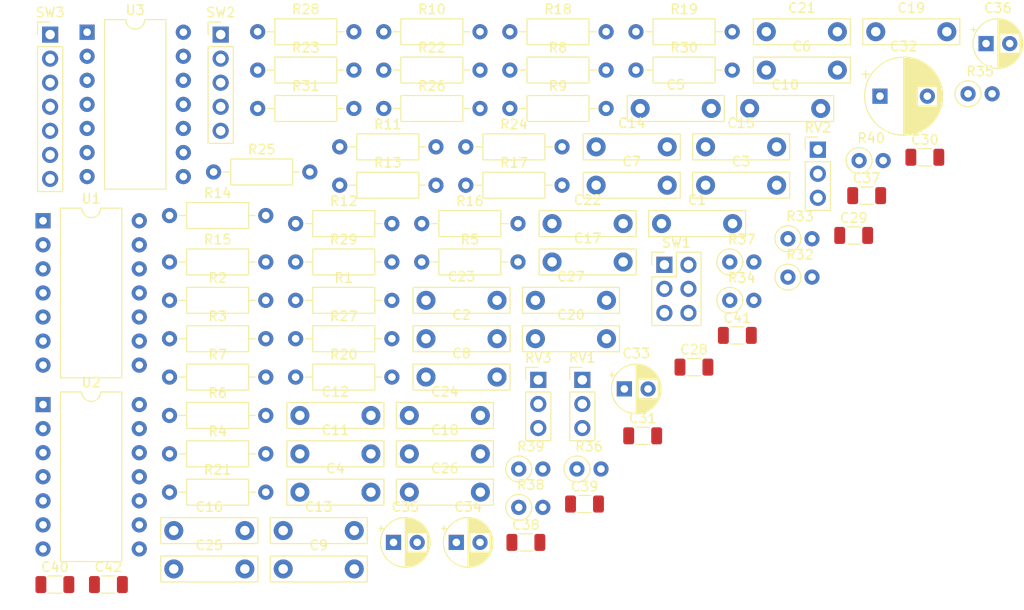
<source format=kicad_pcb>
(kicad_pcb (version 20211014) (generator pcbnew)
  (layers (0 "F.Cu" signal) (31 "B.Cu" signal) (34 "B.Paste" user) (35 "F.Paste" user) (36 "B.SilkS" user "B.Silkscreen") (37 "F.SilkS" user "F.Silkscreen") (38 "B.Mask" user) (39 "F.Mask" user) (44 "Edge.Cuts" user))
  (net 0 "")
  (net 1 "Net-(C1-Pad1)")
  (net 2 "Net-(C1-Pad2)")
  (net 3 "Net-(C2-Pad1)")
  (net 4 "Net-(C2-Pad2)")
  (net 5 "Net-(C3-Pad2)")
  (net 6 "Net-(C4-Pad1)")
  (net 7 "Net-(C4-Pad2)")
  (net 8 "Net-(C5-Pad1)")
  (net 9 "Net-(C5-Pad2)")
  (net 10 "Net-(C8-Pad1)")
  (net 11 "GND")
  (net 12 "Net-(C9-Pad1)")
  (net 13 "Net-(C9-Pad2)")
  (net 14 "Net-(C10-Pad1)")
  (net 15 "Net-(C10-Pad2)")
  (net 16 "Net-(C12-Pad1)")
  (net 17 "Net-(C13-Pad1)")
  (net 18 "Net-(C13-Pad2)")
  (net 19 "Net-(C14-Pad1)")
  (net 20 "Net-(C14-Pad2)")
  (net 21 "Net-(C15-Pad1)")
  (net 22 "Net-(C15-Pad2)")
  (net 23 "Net-(C16-Pad1)")
  (net 24 "Net-(C16-Pad2)")
  (net 25 "Net-(C17-Pad1)")
  (net 26 "Net-(C17-Pad2)")
  (net 27 "Net-(C20-Pad1)")
  (net 28 "Net-(C20-Pad2)")
  (net 29 "Net-(C21-Pad1)")
  (net 30 "Net-(C21-Pad2)")
  (net 31 "Net-(C24-Pad1)")
  (net 32 "Net-(C24-Pad2)")
  (net 33 "Net-(C25-Pad1)")
  (net 34 "Net-(C25-Pad2)")
  (net 35 "Net-(C28-Pad1)")
  (net 36 "Net-(C29-Pad1)")
  (net 37 "Net-(C29-Pad2)")
  (net 38 "Net-(C30-Pad2)")
  (net 39 "Net-(C31-Pad1)")
  (net 40 "Net-(C31-Pad2)")
  (net 41 "Net-(C32-Pad1)")
  (net 42 "/IN")
  (net 43 "Net-(C33-Pad2)")
  (net 44 "Net-(C34-Pad2)")
  (net 45 "+12V")
  (net 46 "-12V")
  (net 47 "Net-(R1-Pad1)")
  (net 48 "Net-(R2-Pad2)")
  (net 49 "Net-(R4-Pad2)")
  (net 50 "Net-(R5-Pad2)")
  (net 51 "Net-(R32-Pad2)")
  (net 52 "Net-(R13-Pad2)")
  (net 53 "Net-(R20-Pad1)")
  (net 54 "Net-(R20-Pad2)")
  (net 55 "Net-(R21-Pad1)")
  (net 56 "Net-(R22-Pad1)")
  (net 57 "/OUT")
  (net 58 "Net-(RV1-Pad1)")
  (net 59 "Net-(RV2-Pad2)")
  (footprint "Capacitor_THT:C_Rect_L10.0mm_W2.5mm_P7.50mm_MKS4" (layer "F.Cu") (at 150.4 92.4)
    (fp_text reference "C8" (at 3.75 -2.5) (layer "F.SilkS"))
    (fp_text value "2n2")
    (pad "1" thru_hole circle (at 0 0) (size 2 2) (drill 1) (layers *.Cu *.Mask) (net 10 "Net-(C8-Pad1)"))
    (pad "2" thru_hole circle (at 7.5 0) (size 2 2) (drill 1) (layers *.Cu *.Mask) (net 11 "GND"))
  )
  (footprint "Connector_PinHeader_2.54mm:PinHeader_1x03_P2.54mm_Vertical" (layer "F.Cu") (at 162.25 92.7)
    (fp_text reference "RV3" (at 0 -2.33) (layer "F.SilkS"))
    (fp_text value "10k")
    (pad "1" thru_hole rect (at 0 0) (size 1.7 1.7) (drill 1) (layers *.Cu *.Mask) (net 2 "Net-(C1-Pad2)"))
    (pad "2" thru_hole oval (at 0 2.54) (size 1.7 1.7) (drill 1) (layers *.Cu *.Mask) (net 1 "Net-(C1-Pad1)"))
    (pad "3" thru_hole oval (at 0 5.08) (size 1.7 1.7) (drill 1) (layers *.Cu *.Mask) (net 5 "Net-(C3-Pad2)"))
  )
  (footprint "Resistor_THT:R_Axial_DIN0207_L6.3mm_D2.5mm_P10.16mm_Horizontal" (layer "F.Cu") (at 141.29 72.15)
    (fp_text reference "R13" (at 5.08 -2.37) (layer "F.SilkS"))
    (fp_text value "3k3")
    (pad "1" thru_hole circle (at 0 0) (size 1.6 1.6) (drill 0.8) (layers *.Cu *.Mask) (net 17 "Net-(C13-Pad1)"))
    (pad "2" thru_hole oval (at 10.16 0) (size 1.6 1.6) (drill 0.8) (layers *.Cu *.Mask) (net 52 "Net-(R13-Pad2)"))
  )
  (footprint "Resistor_THT:R_Axial_DIN0207_L6.3mm_D2.5mm_P2.54mm_Vertical" (layer "F.Cu") (at 182.46 84.3)
    (fp_text reference "R34" (at 1.27 -2.37) (layer "F.SilkS"))
    (fp_text value "4M7")
    (pad "1" thru_hole circle (at 0 0) (size 1.6 1.6) (drill 0.8) (layers *.Cu *.Mask) (net 53 "Net-(R20-Pad1)"))
    (pad "2" thru_hole oval (at 2.54 0) (size 1.6 1.6) (drill 0.8) (layers *.Cu *.Mask) (net 55 "Net-(R21-Pad1)"))
  )
  (footprint "Capacitor_THT:C_Rect_L10.0mm_W2.5mm_P7.50mm_MKS4" (layer "F.Cu") (at 123.78 112.65)
    (fp_text reference "C25" (at 3.75 -2.5) (layer "F.SilkS"))
    (fp_text value "22n")
    (pad "1" thru_hole circle (at 0 0) (size 2 2) (drill 1) (layers *.Cu *.Mask) (net 33 "Net-(C25-Pad1)"))
    (pad "2" thru_hole circle (at 7.5 0) (size 2 2) (drill 1) (layers *.Cu *.Mask) (net 34 "Net-(C25-Pad2)"))
  )
  (footprint "Resistor_THT:R_Axial_DIN0207_L6.3mm_D2.5mm_P10.16mm_Horizontal" (layer "F.Cu") (at 123.33 104.55)
    (fp_text reference "R21" (at 5.08 -2.37) (layer "F.SilkS"))
    (fp_text value "3k")
    (pad "1" thru_hole circle (at 0 0) (size 1.6 1.6) (drill 0.8) (layers *.Cu *.Mask) (net 55 "Net-(R21-Pad1)"))
    (pad "2" thru_hole oval (at 10.16 0) (size 1.6 1.6) (drill 0.8) (layers *.Cu *.Mask) (net 54 "Net-(R20-Pad2)"))
  )
  (footprint "Resistor_THT:R_Axial_DIN0207_L6.3mm_D2.5mm_P10.16mm_Horizontal" (layer "F.Cu") (at 145.94 55.95)
    (fp_text reference "R10" (at 5.08 -2.37) (layer "F.SilkS"))
    (fp_text value "3k")
    (pad "1" thru_hole circle (at 0 0) (size 1.6 1.6) (drill 0.8) (layers *.Cu *.Mask) (net 10 "Net-(C8-Pad1)"))
    (pad "2" thru_hole oval (at 10.16 0) (size 1.6 1.6) (drill 0.8) (layers *.Cu *.Mask) (net 38 "Net-(C30-Pad2)"))
  )
  (footprint "Capacitor_THT:C_Rect_L10.0mm_W2.5mm_P7.50mm_MKS4" (layer "F.Cu") (at 148.64 96.45)
    (fp_text reference "C24" (at 3.75 -2.5) (layer "F.SilkS"))
    (fp_text value "6n8")
    (pad "1" thru_hole circle (at 0 0) (size 2 2) (drill 1) (layers *.Cu *.Mask) (net 31 "Net-(C24-Pad1)"))
    (pad "2" thru_hole circle (at 7.5 0) (size 2 2) (drill 1) (layers *.Cu *.Mask) (net 32 "Net-(C24-Pad2)"))
  )
  (footprint "Resistor_THT:R_Axial_DIN0207_L6.3mm_D2.5mm_P10.16mm_Horizontal" (layer "F.Cu") (at 123.33 88.35)
    (fp_text reference "R3" (at 5.08 -2.37) (layer "F.SilkS"))
    (fp_text value "3k3")
    (pad "1" thru_hole circle (at 0 0) (size 1.6 1.6) (drill 0.8) (layers *.Cu *.Mask) (net 4 "Net-(C2-Pad2)"))
    (pad "2" thru_hole oval (at 10.16 0) (size 1.6 1.6) (drill 0.8) (layers *.Cu *.Mask) (net 1 "Net-(C1-Pad1)"))
  )
  (footprint "Capacitor_THT:C_Rect_L10.0mm_W2.5mm_P7.50mm_MKS4" (layer "F.Cu") (at 161.95 84.3)
    (fp_text reference "C27" (at 3.75 -2.5) (layer "F.SilkS"))
    (fp_text value "2n2")
    (pad "1" thru_hole circle (at 0 0) (size 2 2) (drill 1) (layers *.Cu *.Mask) (net 31 "Net-(C24-Pad1)"))
    (pad "2" thru_hole circle (at 7.5 0) (size 2 2) (drill 1) (layers *.Cu *.Mask) (net 32 "Net-(C24-Pad2)"))
  )
  (footprint "Capacitor_THT:C_Rect_L10.0mm_W2.5mm_P7.50mm_MKS4" (layer "F.Cu") (at 184.56 64.05)
    (fp_text reference "C10" (at 3.75 -2.5) (layer "F.SilkS"))
    (fp_text value "470n")
    (pad "1" thru_hole circle (at 0 0) (size 2 2) (drill 1) (layers *.Cu *.Mask) (net 14 "Net-(C10-Pad1)"))
    (pad "2" thru_hole circle (at 7.5 0) (size 2 2) (drill 1) (layers *.Cu *.Mask) (net 15 "Net-(C10-Pad2)"))
  )
  (footprint "Capacitor_THT:C_Rect_L10.0mm_W2.5mm_P7.50mm_MKS4" (layer "F.Cu") (at 175.26 76.2)
    (fp_text reference "C1" (at 3.75 -2.5) (layer "F.SilkS"))
    (fp_text value "470n")
    (pad "1" thru_hole circle (at 0 0) (size 2 2) (drill 1) (layers *.Cu *.Mask) (net 1 "Net-(C1-Pad1)"))
    (pad "2" thru_hole circle (at 7.5 0) (size 2 2) (drill 1) (layers *.Cu *.Mask) (net 2 "Net-(C1-Pad2)"))
  )
  (footprint "Capacitor_THT:C_Rect_L10.0mm_W2.5mm_P7.50mm_MKS4" (layer "F.Cu") (at 163.71 76.2)
    (fp_text reference "C22" (at 3.75 -2.5) (layer "F.SilkS"))
    (fp_text value "47n")
    (pad "1" thru_hole circle (at 0 0) (size 2 2) (drill 1) (layers *.Cu *.Mask) (net 29 "Net-(C21-Pad1)"))
    (pad "2" thru_hole circle (at 7.5 0) (size 2 2) (drill 1) (layers *.Cu *.Mask) (net 30 "Net-(C21-Pad2)"))
  )
  (footprint "Resistor_THT:R_Axial_DIN0207_L6.3mm_D2.5mm_P10.16mm_Horizontal" (layer "F.Cu") (at 145.94 64.05)
    (fp_text reference "R26" (at 5.08 -2.37) (layer "F.SilkS"))
    (fp_text value "1k")
    (pad "1" thru_hole circle (at 0 0) (size 1.6 1.6) (drill 0.8) (layers *.Cu *.Mask) (net 32 "Net-(C24-Pad2)"))
    (pad "2" thru_hole oval (at 10.16 0) (size 1.6 1.6) (drill 0.8) (layers *.Cu *.Mask) (net 33 "Net-(C25-Pad1)"))
  )
  (footprint "Resistor_THT:R_Axial_DIN0207_L6.3mm_D2.5mm_P10.16mm_Horizontal" (layer "F.Cu") (at 141.29 68.1)
    (fp_text reference "R11" (at 5.08 -2.37) (layer "F.SilkS"))
    (fp_text value "1k")
    (pad "1" thru_hole circle (at 0 0) (size 1.6 1.6) (drill 0.8) (layers *.Cu *.Mask) (net 13 "Net-(C9-Pad2)"))
    (pad "2" thru_hole oval (at 10.16 0) (size 1.6 1.6) (drill 0.8) (layers *.Cu *.Mask) (net 14 "Net-(C10-Pad1)"))
  )
  (footprint "Resistor_THT:R_Axial_DIN0207_L6.3mm_D2.5mm_P10.16mm_Horizontal" (layer "F.Cu") (at 123.33 80.25)
    (fp_text reference "R15" (at 5.08 -2.37) (layer "F.SilkS"))
    (fp_text value "1k")
    (pad "1" thru_hole circle (at 0 0) (size 1.6 1.6) (drill 0.8) (layers *.Cu *.Mask) (net 20 "Net-(C14-Pad2)"))
    (pad "2" thru_hole oval (at 10.16 0) (size 1.6 1.6) (drill 0.8) (layers *.Cu *.Mask) (net 21 "Net-(C15-Pad1)"))
  )
  (footprint "Resistor_THT:R_Axial_DIN0207_L6.3mm_D2.5mm_P2.54mm_Vertical" (layer "F.Cu") (at 182.46 80.25)
    (fp_text reference "R37" (at 1.27 -2.37) (layer "F.SilkS"))
    (fp_text value "4M7")
    (pad "1" thru_hole circle (at 0 0) (size 1.6 1.6) (drill 0.8) (layers *.Cu *.Mask) (net 12 "Net-(C9-Pad1)"))
    (pad "2" thru_hole oval (at 2.54 0) (size 1.6 1.6) (drill 0.8) (layers *.Cu *.Mask) (net 19 "Net-(C14-Pad1)"))
  )
  (footprint "Capacitor_THT:CP_Radial_D5.0mm_P2.50mm" (layer "F.Cu") (at 171.339775 93.65)
    (fp_text reference "C33" (at 1.25 -3.75) (layer "F.SilkS"))
    (fp_text value "2u2")
    (pad "1" thru_hole rect (at 0 0) (size 1.6 1.6) (drill 0.8) (layers *.Cu *.Mask) (net 42 "/IN"))
    (pad "2" thru_hole circle (at 2.5 0) (size 1.6 1.6) (drill 0.8) (layers *.Cu *.Mask) (net 43 "Net-(C33-Pad2)"))
  )
  (footprint "Resistor_THT:R_Axial_DIN0207_L6.3mm_D2.5mm_P10.16mm_Horizontal" (layer "F.Cu") (at 172.56 55.95)
    (fp_text reference "R19" (at 5.08 -2.37) (layer "F.SilkS"))
    (fp_text value "1k")
    (pad "1" thru_hole circle (at 0 0) (size 1.6 1.6) (drill 0.8) (layers *.Cu *.Mask) (net 25 "Net-(C17-Pad1)"))
    (pad "2" thru_hole oval (at 10.16 0) (size 1.6 1.6) (drill 0.8) (layers *.Cu *.Mask) (net 11 "GND"))
  )
  (footprint "Resistor_THT:R_Axial_DIN0207_L6.3mm_D2.5mm_P10.16mm_Horizontal" (layer "F.Cu") (at 149.95 76.2)
    (fp_text reference "R16" (at 5.08 -2.37) (layer "F.SilkS"))
    (fp_text value "1k")
    (pad "1" thru_hole circle (at 0 0) (size 1.6 1.6) (drill 0.8) (layers *.Cu *.Mask) (net 21 "Net-(C15-Pad1)"))
    (pad "2" thru_hole oval (at 10.16 0) (size 1.6 1.6) (drill 0.8) (layers *.Cu *.Mask) (net 11 "GND"))
  )
  (footprint "Resistor_THT:R_Axial_DIN0207_L6.3mm_D2.5mm_P2.54mm_Vertical" (layer "F.Cu") (at 188.6 77.8)
    (fp_text reference "R33" (at 1.27 -2.37) (layer "F.SilkS"))
    (fp_text value "4M7")
    (pad "1" thru_hole circle (at 0 0) (size 1.6 1.6) (drill 0.8) (layers *.Cu *.Mask) (net 54 "Net-(R20-Pad2)"))
    (pad "2" thru_hole oval (at 2.54 0) (size 1.6 1.6) (drill 0.8) (layers *.Cu *.Mask) (net 53 "Net-(R20-Pad1)"))
  )
  (footprint "Resistor_THT:R_Axial_DIN0207_L6.3mm_D2.5mm_P10.16mm_Horizontal" (layer "F.Cu") (at 172.56 60)
    (fp_text reference "R30" (at 5.08 -2.37) (layer "F.SilkS"))
    (fp_text value "10k")
    (pad "1" thru_hole circle (at 0 0) (size 1.6 1.6) (drill 0.8) (layers *.Cu *.Mask) (net 40 "Net-(C31-Pad2)"))
    (pad "2" thru_hole oval (at 10.16 0) (size 1.6 1.6) (drill 0.8) (layers *.Cu *.Mask) (net 39 "Net-(C31-Pad1)"))
  )
  (footprint "Capacitor_THT:C_Rect_L10.0mm_W2.5mm_P7.50mm_MKS4" (layer "F.Cu") (at 179.91 68.1)
    (fp_text reference "C15" (at 3.75 -2.5) (layer "F.SilkS"))
    (fp_text value "330n")
    (pad "1" thru_hole circle (at 0 0) (size 2 2) (drill 1) (layers *.Cu *.Mask) (net 21 "Net-(C15-Pad1)"))
    (pad "2" thru_hole circle (at 7.5 0) (size 2 2) (drill 1) (layers *.Cu *.Mask) (net 22 "Net-(C15-Pad2)"))
  )
  (footprint "Capacitor_THT:C_Rect_L10.0mm_W2.5mm_P7.50mm_MKS4" (layer "F.Cu") (at 186.32 55.95)
    (fp_text reference "C21" (at 3.75 -2.5) (layer "F.SilkS"))
    (fp_text value "100n")
    (pad "1" thru_hole circle (at 0 0) (size 2 2) (drill 1) (layers *.Cu *.Mask) (net 29 "Net-(C21-Pad1)"))
    (pad "2" thru_hole circle (at 7.5 0) (size 2 2) (drill 1) (layers *.Cu *.Mask) (net 30 "Net-(C21-Pad2)"))
  )
  (footprint "Capacitor_THT:C_Rect_L10.0mm_W2.5mm_P7.50mm_MKS4" (layer "F.Cu") (at 137.09 96.45)
    (fp_text reference "C12" (at 3.75 -2.5) (layer "F.SilkS"))
    (fp_text value "220p")
    (pad "1" thru_hole circle (at 0 0) (size 2 2) (drill 1) (layers *.Cu *.Mask) (net 16 "Net-(C12-Pad1)"))
    (pad "2" thru_hole circle (at 7.5 0) (size 2 2) (drill 1) (layers *.Cu *.Mask) (net 11 "GND"))
  )
  (footprint "Resistor_THT:R_Axial_DIN0207_L6.3mm_D2.5mm_P10.16mm_Horizontal" (layer "F.Cu") (at 123.33 84.3)
    (fp_text reference "R2" (at 5.08 -2.37) (layer "F.SilkS"))
    (fp_text value "750R")
    (pad "1" thru_hole circle (at 0 0) (size 1.6 1.6) (drill 0.8) (layers *.Cu *.Mask) (net 47 "Net-(R1-Pad1)"))
    (pad "2" thru_hole oval (at 10.16 0) (size 1.6 1.6) (drill 0.8) (layers *.Cu *.Mask) (net 48 "Net-(R2-Pad2)"))
  )
  (footprint "Capacitor_SMD:C_1206_3216Metric" (layer "F.Cu") (at 173.27 98.6)
    (fp_text reference "C31" (at 0 -1.85) (layer "F.SilkS"))
    (fp_text value "22p")
    (pad "1" smd roundrect (at -1.475 0) (size 1.15 1.8) (layers "F.Cu" "F.Paste" "F.Mask") (roundrect_rratio 0.217391) (net 39 "Net-(C31-Pad1)"))
    (pad "2" smd roundrect (at 1.475 0) (size 1.15 1.8) (layers "F.Cu" "F.Paste" "F.Mask") (roundrect_rratio 0.217391) (net 40 "Net-(C31-Pad2)"))
  )
  (footprint "Resistor_THT:R_Axial_DIN0207_L6.3mm_D2.5mm_P10.16mm_Horizontal" (layer "F.Cu") (at 145.94 60)
    (fp_text reference "R22" (at 5.08 -2.37) (layer "F.SilkS"))
    (fp_text value "10k")
    (pad "1" thru_hole circle (at 0 0) (size 1.6 1.6) (drill 0.8) (layers *.Cu *.Mask) (net 56 "Net-(R22-Pad1)"))
    (pad "2" thru_hole oval (at 10.16 0) (size 1.6 1.6) (drill 0.8) (layers *.Cu *.Mask) (net 54 "Net-(R20-Pad2)"))
  )
  (footprint "Resistor_THT:R_Axial_DIN0207_L6.3mm_D2.5mm_P2.54mm_Vertical" (layer "F.Cu") (at 188.6 81.85)
    (fp_text reference "R32" (at 1.27 -2.37) (layer "F.SilkS"))
    (fp_text value "4M7")
    (pad "1" thru_hole circle (at 0 0) (size 1.6 1.6) (drill 0.8) (layers *.Cu *.Mask) (net 48 "Net-(R2-Pad2)"))
    (pad "2" thru_hole oval (at 2.54 0) (size 1.6 1.6) (drill 0.8) (layers *.Cu *.Mask) (net 51 "Net-(R32-Pad2)"))
  )
  (footprint "Capacitor_THT:C_Rect_L10.0mm_W2.5mm_P7.50mm_MKS4" (layer "F.Cu") (at 148.64 104.55)
    (fp_text reference "C26" (at 3.75 -2.5) (layer "F.SilkS"))
    (fp_text value "68n")
    (pad "1" thru_hole circle (at 0 0) (size 2 2) (drill 1) (layers *.Cu *.Mask) (net 33 "Net-(C25-Pad1)"))
    (pad "2" thru_hole circle (at 7.5 0) (size 2 2) (drill 1) (layers *.Cu *.Mask) (net 34 "Net-(C25-Pad2)"))
  )
  (footprint "Capacitor_THT:C_Rect_L10.0mm_W2.5mm_P7.50mm_MKS4" (layer "F.Cu") (at 150.4 88.35)
    (fp_text reference "C2" (at 3.75 -2.5) (layer "F.SilkS"))
    (fp_text value "10n")
    (pad "1" thru_hole circle (at 0 0) (size 2 2) (drill 1) (layers *.Cu *.Mask) (net 3 "Net-(C2-Pad1)"))
    (pad "2" thru_hole circle (at 7.5 0) (size 2 2) (drill 1) (layers *.Cu *.Mask) (net 4 "Net-(C2-Pad2)"))
  )
  (footprint "Resistor_THT:R_Axial_DIN0207_L6.3mm_D2.5mm_P2.54mm_Vertical" (layer "F.Cu") (at 160.19 102.1)
    (fp_text reference "R39" (at 1.27 -2.37) (layer "F.SilkS"))
    (fp_text value "4M7")
    (pad "1" thru_hole circle (at 0 0) (size 1.6 1.6) (drill 0.8) (layers *.Cu *.Mask) (net 23 "Net-(C16-Pad1)"))
    (pad "2" thru_hole oval (at 2.54 0) (size 1.6 1.6) (drill 0.8) (layers *.Cu *.Mask) (net 27 "Net-(C20-Pad1)"))
  )
  (footprint "Capacitor_THT:C_Rect_L10.0mm_W2.5mm_P7.50mm_MKS4" (layer "F.Cu") (at 197.87 55.95)
    (fp_text reference "C19" (at 3.75 -2.5) (layer "F.SilkS"))
    (fp_text value "10n")
    (pad "1" thru_hole circle (at 0 0) (size 2 2) (drill 1) (layers *.Cu *.Mask) (net 23 "Net-(C16-Pad1)"))
    (pad "2" thru_hole circle (at 7.5 0) (size 2 2) (drill 1) (layers *.Cu *.Mask) (net 24 "Net-(C16-Pad2)"))
  )
  (footprint "Resistor_THT:R_Axial_DIN0207_L6.3mm_D2.5mm_P2.54mm_Vertical" (layer "F.Cu") (at 207.61 62.5)
    (fp_text reference "R35" (at 1.27 -2.37) (layer "F.SilkS"))
    (fp_text value "4M7")
    (pad "1" thru_hole circle (at 0 0) (size 1.6 1.6) (drill 0.8) (layers *.Cu *.Mask) (net 55 "Net-(R21-Pad1)"))
    (pad "2" thru_hole oval (at 2.54 0) (size 1.6 1.6) (drill 0.8) (layers *.Cu *.Mask) (net 56 "Net-(R22-Pad1)"))
  )
  (footprint "Capacitor_THT:C_Rect_L10.0mm_W2.5mm_P7.50mm_MKS4" (layer "F.Cu") (at 135.33 112.65)
    (fp_text reference "C9" (at 3.75 -2.5) (layer "F.SilkS"))
    (fp_text value "47n")
    (pad "1" thru_hole circle (at 0 0) (size 2 2) (drill 1) (layers *.Cu *.Mask) (net 12 "Net-(C9-Pad1)"))
    (pad "2" thru_hole circle (at 7.5 0) (size 2 2) (drill 1) (layers *.Cu *.Mask) (net 13 "Net-(C9-Pad2)"))
  )
  (footprint "Capacitor_THT:C_Rect_L10.0mm_W2.5mm_P7.50mm_MKS4" (layer "F.Cu") (at 135.33 108.6)
    (fp_text reference "C13" (at 3.75 -2.5) (layer "F.SilkS"))
    (fp_text value "2n2")
    (pad "1" thru_hole circle (at 0 0) (size 2 2) (drill 1) (layers *.Cu *.Mask) (net 17 "Net-(C13-Pad1)"))
    (pad "2" thru_hole circle (at 7.5 0) (size 2 2) (drill 1) (layers *.Cu *.Mask) (net 18 "Net-(C13-Pad2)"))
  )
  (footprint "Resistor_THT:R_Axial_DIN0207_L6.3mm_D2.5mm_P10.16mm_Horizontal" (layer "F.Cu") (at 136.64 92.4)
    (fp_text reference "R20" (at 5.08 -2.37) (layer "F.SilkS"))
    (fp_text value "1k")
    (pad "1" thru_hole circle (at 0 0) (size 1.6 1.6) (drill 0.8) (layers *.Cu *.Mask) (net 53 "Net-(R20-Pad1)"))
    (pad "2" thru_hole oval (at 10.16 0) (size 1.6 1.6) (drill 0.8) (layers *.Cu *.Mask) (net 54 "Net-(R20-Pad2)"))
  )
  (footprint "Resistor_THT:R_Axial_DIN0207_L6.3mm_D2.5mm_P10.16mm_Horizontal" (layer "F.Cu") (at 132.63 64.05)
    (fp_text reference "R31" (at 5.08 -2.37) (layer "F.SilkS"))
    (fp_text value "100R")
    (pad "1" thru_hole circle (at 0 0) (size 1.6 1.6) (drill 0.8) (layers *.Cu *.Mask) (net 57 "/OUT"))
    (pad "2" thru_hole oval (at 10.16 0) (size 1.6 1.6) (drill 0.8) (layers *.Cu *.Mask) (net 40 "Net-(C31-Pad2)"))
  )
  (footprint "Capacitor_THT:CP_Radial_D8.0mm_P5.00mm" (layer "F.Cu") (at 198.314698 62.75)
    (fp_text reference "C32" (at 2.5 -5.25) (layer "F.SilkS"))
    (fp_text value "150u")
    (pad "1" thru_hole rect (at 0 0) (size 1.6 1.6) (drill 0.8) (layers *.Cu *.Mask) (net 41 "Net-(C32-Pad1)"))
    (pad "2" thru_hole circle (at 5 0) (size 1.6 1.6) (drill 0.8) (layers *.Cu *.Mask) (net 11 "GND"))
  )
  (footprint "Resistor_THT:R_Axial_DIN0207_L6.3mm_D2.5mm_P10.16mm_Horizontal" (layer "F.Cu") (at 127.98 70.75)
    (fp_text reference "R25" (at 5.08 -2.37) (layer "F.SilkS"))
    (fp_text value "3k")
    (pad "1" thru_hole circle (at 0 0) (size 1.6 1.6) (drill 0.8) (layers *.Cu *.Mask) (net 36 "Net-(C29-Pad1)"))
    (pad "2" thru_hole oval (at 10.16 0) (size 1.6 1.6) (drill 0.8) (layers *.Cu *.Mask) (net 37 "Net-(C29-Pad2)"))
  )
  (footprint "Resistor_THT:R_Axial_DIN0207_L6.3mm_D2.5mm_P10.16mm_Horizontal" (layer "F.Cu") (at 123.33 96.45)
    (fp_text reference "R6" (at 5.08 -2.37) (layer "F.SilkS"))
    (fp_text value "750R")
    (pad "1" thru_hole circle (at 0 0) (size 1.6 1.6) (drill 0.8) (layers *.Cu *.Mask) (net 51 "Net-(R32-Pad2)"))
    (pad "2" thru_hole oval (at 10.16 0) (size 1.6 1.6) (drill 0.8) (layers *.Cu *.Mask) (net 38 "Net-(C30-Pad2)"))
  )
  (footprint "Resistor_THT:R_Axial_DIN0207_L6.3mm_D2.5mm_P10.16mm_Horizontal" (layer "F.Cu") (at 159.25 64.05)
    (fp_text reference "R9" (at 5.08 -2.37) (layer "F.SilkS"))
    (fp_text value "1k")
    (pad "1" thru_hole circle (at 0 0) (size 1.6 1.6) (drill 0.8) (layers *.Cu *.Mask) (net 8 "Net-(C5-Pad1)"))
    (pad "2" thru_hole oval (at 10.16 0) (size 1.6 1.6) (drill 0.8) (layers *.Cu *.Mask) (net 11 "GND"))
  )
  (footprint "Capacitor_THT:C_Rect_L10.0mm_W2.5mm_P7.50mm_MKS4" (layer "F.Cu") (at 186.32 60)
    (fp_text reference "C6" (at 3.75 -2.5) (layer "F.SilkS"))
    (fp_text value "47n")
    (pad "1" thru_hole circle (at 0 0) (size 2 2) (drill 1) (layers *.Cu *.Mask) (net 8 "Net-(C5-Pad1)"))
    (pad "2" thru_hole circle (at 7.5 0) (size 2 2) (drill 1) (layers *.Cu *.Mask) (net 9 "Net-(C5-Pad2)"))
  )
  (footprint "Resistor_THT:R_Axial_DIN0207_L6.3mm_D2.5mm_P2.54mm_Vertical" (layer "F.Cu") (at 160.19 106.15)
    (fp_text reference "R38" (at 1.27 -2.37) (layer "F.SilkS"))
    (fp_text value "4M7")
    (pad "1" thru_hole circle (at 0 0) (size 1.6 1.6) (drill 0.8) (layers *.Cu *.Mask) (net 19 "Net-(C14-Pad1)"))
    (pad "2" thru_hole oval (at 2.54 0) (size 1.6 1.6) (drill 0.8) (layers *.Cu *.Mask) (net 23 "Net-(C16-Pad1)"))
  )
  (footprint "Resistor_THT:R_Axial_DIN0207_L6.3mm_D2.5mm_P10.16mm_Horizontal" (layer "F.Cu") (at 132.63 60)
    (fp_text reference "R23" (at 5.08 -2.37) (layer "F.SilkS"))
    (fp_text value "1k")
    (pad "1" thru_hole circle (at 0 0) (size 1.6 1.6) (drill 0.8) (layers *.Cu *.Mask) (net 28 "Net-(C20-Pad2)"))
    (pad "2" thru_hole oval (at 10.16 0) (size 1.6 1.6) (drill 0.8) (layers *.Cu *.Mask) (net 29 "Net-(C21-Pad1)"))
  )
  (footprint "Capacitor_THT:C_Rect_L10.0mm_W2.5mm_P7.50mm_MKS4" (layer "F.Cu") (at 173.01 64.05)
    (fp_text reference "C5" (at 3.75 -2.5) (layer "F.SilkS"))
    (fp_text value "680n")
    (pad "1" thru_hole circle (at 0 0) (size 2 2) (drill 1) (layers *.Cu *.Mask) (net 8 "Net-(C5-Pad1)"))
    (pad "2" thru_hole circle (at 7.5 0) (size 2 2) (drill 1) (layers *.Cu *.Mask) (net 9 "Net-(C5-Pad2)"))
  )
  (footprint "Capacitor_SMD:C_1206_3216Metric" (layer "F.Cu") (at 167.13 105.8)
    (fp_text reference "C39" (at 0 -1.85) (layer "F.SilkS"))
    (fp_text value "100n")
    (pad "1" smd roundrect (at -1.475 0) (size 1.15 1.8) (layers "F.Cu" "F.Paste" "F.Mask") (roundrect_rratio 0.217391) (net 45 "+12V"))
    (pad "2" smd roundrect (at 1.475 0) (size 1.15 1.8) (layers "F.Cu" "F.Paste" "F.Mask") (roundrect_rratio 0.217391) (net 11 "GND"))
  )
  (footprint "Capacitor_THT:C_Rect_L10.0mm_W2.5mm_P7.50mm_MKS4" (layer "F.Cu") (at 163.71 80.25)
    (fp_text reference "C17" (at 3.75 -2.5) (layer "F.SilkS"))
    (fp_text value "220n")
    (pad "1" thru_hole circle (at 0 0) (size 2 2) (drill 1) (layers *.Cu *.Mask) (net 25 "Net-(C17-Pad1)"))
    (pad "2" thru_hole circle (at 7.5 0) (size 2 2) (drill 1) (layers *.Cu *.Mask) (net 26 "Net-(C17-Pad2)"))
  )
  (footprint "Resistor_THT:R_Axial_DIN0207_L6.3mm_D2.5mm_P10.16mm_Horizontal" (layer "F.Cu") (at 136.64 80.25)
    (fp_text reference "R29" (at 5.08 -2.37) (layer "F.SilkS"))
    (fp_text value "10k")
    (pad "1" thru_hole circle (at 0 0) (size 1.6 1.6) (drill 0.8) (layers *.Cu *.Mask) (net 39 "Net-(C31-Pad1)"))
    (pad "2" thru_hole oval (at 10.16 0) (size 1.6 1.6) (drill 0.8) (layers *.Cu *.Mask) (net 44 "Net-(C34-Pad2)"))
  )
  (footprint "Package_DIP:DIP-14_W10.16mm" (layer "F.Cu") (at 109.98 75.9)
    (fp_text reference "U1" (at 5.08 -2.33) (layer "F.SilkS"))
    (fp_text value "TL074")
    (pad "1" thru_hole rect (at 0 0) (size 1.6 1.6) (drill 0.8) (layers *.Cu *.Mask) (net 47 "Net-(R1-Pad1)"))
    (pad "2" thru_hole oval (at 0 2.54) (size 1.6 1.6) (drill 0.8) (layers *.Cu *.Mask) (net 47 "Net-(R1-Pad1)"))
    (pad "3" thru_hole oval (at 0 5.08) (size 1.6 1.6) (drill 0.8) (layers *.Cu *.Mask) (net 43 "Net-(C33-Pad2)"))
    (pad "4" thru_hole oval (at 0 7.62) (size 1.6 1.6) (drill 0.8) (layers *.Cu *.Mask) (net 45 "+12V"))
    (pad "5" thru_hole oval (at 0 10.16) (size 1.6 1.6) (drill 0.8) (layers *.Cu *.Mask) (net 11 "GND"))
    (pad "6" thru_hole oval (at 0 12.7) (size 1.6 1.6) (drill 0.8) (layers *.Cu *.Mask) (net 4 "Net-(C2-Pad2)"))
    (pad "7" thru_hole oval (at 0 15.24) (size 1.6 1.6) (drill 0.8) (layers *.Cu *.Mask) (net 38 "Net-(C30-Pad2)"))
    (pad "8" thru_hole oval (at 10.16 15.24) (size 1.6 1.6) (drill 0.8) (layers *.Cu *.Mask) (net 36 "Net-(C29-Pad1)"))
    (pad "9" thru_hole oval (at 10.16 12.7) (size 1.6 1.6) (drill 0.8) (layers *.Cu *.Mask) (net 37 "Net-(C29-Pad2)"))
    (pad "10" thru_hole oval (at 10.16 10.16) (size 1.6 1.6) (drill 0.8) (layers *.Cu *.Mask) (net 35 "Net-(C28-Pad1)"))
    (pad "11" thru_hole oval (at 10.16 7.62) (size 1.6 1.6) (drill 0.8) (layers *.Cu *.Mask) (net 46 "-12V"))
    (pad "12" thru_hole oval (at 10.16 5.08) (size 1.6 1.6) (drill 0.8) (layers *.Cu *.Mask) (net 11 "GND"))
    (pad "13" thru_hole oval (at 10.16 2.54) (size 1.6 1.6) (drill 0.8) (layers *.Cu *.Mask) (net 39 "Net-(C31-Pad1)"))
    (pad "14" thru_hole oval (at 10.16 0) (size 1.6 1.6) (drill 0.8) (layers *.Cu *.Mask) (net 40 "Net-(C31-Pad2)"))
  )
  (footprint "Resistor_THT:R_Axial_DIN0207_L6.3mm_D2.5mm_P10.16mm_Horizontal" (layer "F.Cu") (at 154.6 72.15)
    (fp_text reference "R17" (at 5.08 -2.37) (layer "F.SilkS"))
    (fp_text value "3k")
    (pad "1" thru_hole circle (at 0 0) (size 1.6 1.6) (drill 0.8) (layers *.Cu *.Mask) (net 35 "Net-(C28-Pad1)"))
    (pad "2" thru_hole oval (at 10.16 0) (size 1.6 1.6) (drill 0.8) (layers *.Cu *.Mask) (net 18 "Net-(C13-Pad2)"))
  )
  (footprint "Capacitor_SMD:C_1206_3216Metric" (layer "F.Cu") (at 160.94 109.85)
    (fp_text reference "C38" (at 0 -1.85) (layer "F.SilkS"))
    (fp_text value "100n")
    (pad "1" smd roundrect (at -1.475 0) (size 1.15 1.8) (layers "F.Cu" "F.Paste" "F.Mask") (roundrect_rratio 0.217391) (net 46 "-12V"))
    (pad "2" smd roundrect (at 1.475 0) (size 1.15 1.8) (layers "F.Cu" "F.Paste" "F.Mask") (roundrect_rratio 0.217391) (net 11 "GND"))
  )
  (footprint "Capacitor_THT:C_Rect_L10.0mm_W2.5mm_P7.50mm_MKS4" (layer "F.Cu") (at 148.64 100.5)
    (fp_text reference "C18" (at 3.75 -2.5) (layer "F.SilkS"))
    (fp_text value "15n")
    (pad "1" thru_hole circle (at 0 0) (size 2 2) (drill 1) (layers *.Cu *.Mask) (net 25 "Net-(C17-Pad1)"))
    (pad "2" thru_hole circle (at 7.5 0) (size 2 2) (drill 1) (layers *.Cu *.Mask) (net 26 "Net-(C17-Pad2)"))
  )
  (footprint "Capacitor_THT:CP_Radial_D5.0mm_P2.50mm" (layer "F.Cu") (at 146.969775 109.85)
    (fp_text reference "C35" (at 1.25 -3.75) (layer "F.SilkS"))
    (fp_text value "10u")
    (pad "1" thru_hole rect (at 0 0) (size 1.6 1.6) (drill 0.8) (layers *.Cu *.Mask) (net 45 "+12V"))
    (pad "2" thru_hole circle (at 2.5 0) (size 1.6 1.6) (drill 0.8) (layers *.Cu *.Mask) (net 11 "GND"))
  )
  (footprint "Capacitor_SMD:C_1206_3216Metric" (layer "F.Cu") (at 111.23 114.3)
    (fp_text reference "C40" (at 0 -1.85) (layer "F.SilkS"))
    (fp_text value "100n")
    (pad "1" smd roundrect (at -1.475 0) (size 1.15 1.8) (layers "F.Cu" "F.Paste" "F.Mask") (roundrect_rratio 0.217391) (net 46 "-12V"))
    (pad "2" smd roundrect (at 1.475 0) (size 1.15 1.8) (layers "F.Cu" "F.Paste" "F.Mask") (roundrect_rratio 0.217391) (net 11 "GND"))
  )
  (footprint "Capacitor_THT:CP_Radial_D5.0mm_P2.50mm" (layer "F.Cu") (at 209.509775 57.2)
    (fp_text reference "C36" (at 1.25 -3.75) (layer "F.SilkS"))
    (fp_text value "10u")
    (pad "1" thru_hole rect (at 0 0) (size 1.6 1.6) (drill 0.8) (layers *.Cu *.Mask) (net 11 "GND"))
    (pad "2" thru_hole circle (at 2.5 0) (size 1.6 1.6) (drill 0.8) (layers *.Cu *.Mask) (net 46 "-12V"))
  )
  (footprint "Resistor_THT:R_Axial_DIN0207_L6.3mm_D2.5mm_P10.16mm_Horizontal" (layer "F.Cu") (at 132.63 55.95)
    (fp_text reference "R28" (at 5.08 -2.37) (layer "F.SilkS"))
    (fp_text value "10k")
    (pad "1" thru_hole circle (at 0 0) (size 1.6 1.6) (drill 0.8) (layers *.Cu *.Mask) (net 43 "Net-(C33-Pad2)"))
    (pad "2" thru_hole oval (at 10.16 0) (size 1.6 1.6) (drill 0.8) (layers *.Cu *.Mask) (net 11 "GND"))
  )
  (footprint "Resistor_THT:R_Axial_DIN0207_L6.3mm_D2.5mm_P10.16mm_Horizontal" (layer "F.Cu") (at 154.6 68.1)
    (fp_text reference "R24" (at 5.08 -2.37) (layer "F.SilkS"))
    (fp_text value "1k")
    (pad "1" thru_hole circle (at 0 0) (size 1.6 1.6) (drill 0.8) (layers *.Cu *.Mask) (net 29 "Net-(C21-Pad1)"))
    (pad "2" thru_hole oval (at 10.16 0) (size 1.6 1.6) (drill 0.8) (layers *.Cu *.Mask) (net 11 "GND"))
  )
  (footprint "Resistor_THT:R_Axial_DIN0207_L6.3mm_D2.5mm_P10.16mm_Horizontal" (layer "F.Cu") (at 136.64 76.2)
    (fp_text reference "R12" (at 5.08 -2.37) (layer "F.SilkS"))
    (fp_text value "1k")
    (pad "1" thru_hole circle (at 0 0) (size 1.6 1.6) (drill 0.8) (layers *.Cu *.Mask) (net 14 "Net-(C10-Pad1)"))
    (pad "2" thru_hole oval (at 10.16 0) (size 1.6 1.6) (drill 0.8) (layers *.Cu *.Mask) (net 11 "GND"))
  )
  (footprint "Resistor_THT:R_Axial_DIN0207_L6.3mm_D2.5mm_P10.16mm_Horizontal" (layer "F.Cu") (at 123.33 92.4)
    (fp_text reference "R7" (at 5.08 -2.37) (layer "F.SilkS"))
    (fp_text value "1k3")
    (pad "1" thru_hole circle (at 0 0) (size 1.6 1.6) (drill 0.8) (layers *.Cu *.Mask) (net 38 "Net-(C30-Pad2)"))
    (pad "2" thru_hole oval (at 10.16 0) (size 1.6 1.6) (drill 0.8) (layers *.Cu *.Mask) (net 5 "Net-(C3-Pad2)"))
  )
  (footprint "Capacitor_SMD:C_1206_3216Metric" (layer "F.Cu") (at 195.54 77.45)
    (fp_text reference "C29" (at 0 -1.85) (layer "F.SilkS"))
    (fp_text value "100p")
    (pad "1" smd roundrect (at -1.475 0) (size 1.15 1.8) (layers "F.Cu" "F.Paste" "F.Mask") (roundrect_rratio 0.217391) (net 36 "Net-(C29-Pad1)"))
    (pad "2" smd roundrect (at 1.475 0) (size 1.15 1.8) (layers "F.Cu" "F.Paste" "F.Mask") (roundrect_rratio 0.217391) (net 37 "Net-(C29-Pad2)"))
  )
  (footprint "Capacitor_THT:C_Rect_L10.0mm_W2.5mm_P7.50mm_MKS4" (layer "F.Cu") (at 150.4 84.3)
    (fp_text reference "C23" (at 3.75 -2.5) (layer "F.SilkS"))
    (fp_text value "3n3")
    (pad "1" thru_hole circle (at 0 0) (size 2 2) (drill 1) (layers *.Cu *.Mask) (net 27 "Net-(C20-Pad1)"))
    (pad "2" thru_hole circle (at 7.5 0) (size 2 2) (drill 1) (layers *.Cu *.Mask) (net 28 "Net-(C20-Pad2)"))
  )
  (footprint "Resistor_THT:R_Axial_DIN0207_L6.3mm_D2.5mm_P2.54mm_Vertical" (layer "F.Cu") (at 166.33 102.1)
    (fp_text reference "R36" (at 1.27 -2.37) (layer "F.SilkS"))
    (fp_text value "4M7")
    (pad "1" thru_hole circle (at 0 0) (size 1.6 1.6) (drill 0.8) (layers *.Cu *.Mask) (net 6 "Net-(C4-Pad1)"))
    (pad "2" thru_hole oval (at 2.54 0) (size 1.6 1.6) (drill 0.8) (layers *.Cu *.Mask) (net 12 "Net-(C9-Pad1)"))
  )
  (footprint "Capacitor_THT:C_Rect_L10.0mm_W2.5mm_P7.50mm_MKS4" (layer "F.Cu") (at 137.09 104.55)
    (fp_text reference "C4" (at 3.75 -2.5) (layer "F.SilkS"))
    (fp_text value "68n")
    (pad "1" thru_hole circle (at 0 0) (size 2 2) (drill 1) (layers *.Cu *.Mask) (net 6 "Net-(C4-Pad1)"))
    (pad "2" thru_hole circle (at 7.5 0) (size 2 2) (drill 1) (layers *.Cu *.Mask) (net 7 "Net-(C4-Pad2)"))
  )
  (footprint "Capacitor_THT:CP_Radial_D5.0mm_P2.50mm" (layer "F.Cu") (at 153.599775 109.85)
    (fp_text reference "C34" (at 1.25 -3.75) (layer "F.SilkS"))
    (fp_text value "22u")
    (pad "1" thru_hole rect (at 0 0) (size 1.6 1.6) (drill 0.8) (layers *.Cu *.Mask) (net 36 "Net-(C29-Pad1)"))
    (pad "2" thru_hole circle (at 2.5 0) (size 1.6 1.6) (drill 0.8) (layers *.Cu *.Mask) (net 44 "Net-(C34-Pad2)"))
  )
  (footprint "Resistor_THT:R_Axial_DIN0207_L6.3mm_D2.5mm_P2.54mm_Vertical" (layer "F.Cu") (at 196.11 69.55)
    (fp_text reference "R40" (at 1.27 -2.37) (layer "F.SilkS"))
    (fp_text value "4M7")
    (pad "1" thru_hole circle (at 0 0) (size 1.6 1.6) (drill 0.8) (layers *.Cu *.Mask) (net 27 "Net-(C20-Pad1)"))
    (pad "2" thru_hole oval (at 2.54 0) (size 1.6 1.6) (drill 0.8) (layers *.Cu *.Mask) (net 31 "Net-(C24-Pad1)"))
  )
  (footprint "Connector_PinHeader_2.54mm:PinHeader_1x05_P2.54mm_Vertical" (layer "F.Cu") (at 128.73 56.25)
    (fp_text reference "SW2" (at 0 -2.33) (layer "F.SilkS"))
    (fp_text value "SW_Rotary3x4")
    (pad "1" thru_hole rect (at 0 0) (size 1.7 1.7) (drill 1) (layers *.Cu *.Mask) (net 54 "Net-(R20-Pad2)"))
    (pad "2" thru_hole oval (at 0 2.54) (size 1.7 1.7) (drill 1) (layers *.Cu *.Mask) (net 53 "Net-(R20-Pad1)"))
    (pad "3" thru_hole oval (at 0 5.08) (size 1.7 1.7) (drill 1) (layers *.Cu *.Mask) (net 55 "Net-(R21-Pad1)"))
    (pad "4" thru_hole oval (at 0 7.62) (size 1.7 1.7) (drill 1) (layers *.Cu *.Mask) (net 56 "Net-(R22-Pad1)"))
    (pad "5" thru_hole oval (at 0 10.16) (size 1.7 1.7) (drill 1) (layers *.Cu *.Mask))
  )
  (footprint "Connector_PinHeader_2.54mm:PinHeader_1x03_P2.54mm_Vertical" (layer "F.Cu") (at 191.76 68.4)
    (fp_text reference "RV2" (at 0 -2.33) (layer "F.SilkS"))
    (fp_text value "10k")
    (pad "1" thru_hole rect (at 0 0) (size 1.7 1.7) (drill 1) (layers *.Cu *.Mask) (net 37 "Net-(C29-Pad2)"))
    (pad "2" thru_hole oval (at 0 2.54) (size 1.7 1.7) (drill 1) (layers *.Cu *.Mask) (net 59 "Net-(RV2-Pad2)"))
    (pad "3" thru_hole oval (at 0 5.08) (size 1.7 1.7) (drill 1) (layers *.Cu *.Mask) (net 35 "Net-(C28-Pad1)"))
  )
  (footprint "Connector_PinHeader_2.54mm:PinHeader_1x03_P2.54mm_Vertical" (layer "F.Cu") (at 166.9 92.7)
    (fp_text reference "RV1" (at 0 -2.33) (layer "F.SilkS"))
    (fp_text value "2k5")
    (pad "1" thru_hole rect (at 0 0) (size 1.7 1.7) (drill 1) (layers *.Cu *.Mask) (net 58 "Net-(RV1-Pad1)"))
    (pad "2" thru_hole oval (at 0 2.54) (size 1.7 1.7) (drill 1) (layers *.Cu *.Mask) (net 3 "Net-(C2-Pad1)"))
    (pad "3" thru_hole oval (at 0 5.08) (size 1.7 1.7) (drill 1) (layers *.Cu *.Mask) (net 41 "Net-(C32-Pad1)"))
  )
  (footprint "Capacitor_SMD:C_1206_3216Metric" (layer "F.Cu") (at 196.91 73.25)
    (fp_text reference "C37" (at 0 -1.85) (layer "F.SilkS"))
    (fp_text value "100n")
    (pad "1" smd roundrect (at -1.475 0) (size 1.15 1.8) (layers "F.Cu" "F.Paste" "F.Mask") (roundrect_rratio 0.217391) (net 45 "+12V"))
    (pad "2" smd roundrect (at 1.475 0) (size 1.15 1.8) (layers "F.Cu" "F.Paste" "F.Mask") (roundrect_rratio 0.217391) (net 11 "GND"))
  )
  (footprint "Capacitor_SMD:C_1206_3216Metric" (layer "F.Cu") (at 116.88 114.3)
    (fp_text reference "C42" (at 0 -1.85) (layer "F.SilkS"))
    (fp_text value "100n")
    (pad "1" smd roundrect (at -1.475 0) (size 1.15 1.8) (layers "F.Cu" "F.Paste" "F.Mask") (roundrect_rratio 0.217391) (net 46 "-12V"))
    (pad "2" smd roundrect (at 1.475 0) (size 1.15 1.8) (layers "F.Cu" "F.Paste" "F.Mask") (roundrect_rratio 0.217391) (net 11 "GND"))
  )
  (footprint "Capacitor_THT:C_Rect_L10.0mm_W2.5mm_P7.50mm_MKS4" (layer "F.Cu") (at 168.36 72.15)
    (fp_text reference "C7" (at 3.75 -2.5) (layer "F.SilkS"))
    (fp_text value "4n7")
    (pad "1" thru_hole circle (at 0 0) (size 2 2) (drill 1) (layers *.Cu *.Mask) (net 6 "Net-(C4-Pad1)"))
    (pad "2" thru_hole circle (at 7.5 0) (size 2 2) (drill 1) (layers *.Cu *.Mask) (net 7 "Net-(C4-Pad2)"))
  )
  (footprint "Capacitor_SMD:C_1206_3216Metric" (layer "F.Cu") (at 183.26 88)
    (fp_text reference "C41" (at 0 -1.85) (layer "F.SilkS"))
    (fp_text value "100n")
    (pad "1" smd roundrect (at -1.475 0) (size 1.15 1.8) (layers "F.Cu" "F.Paste" "F.Mask") (roundrect_rratio 0.217391) (net 45 "+12V"))
    (pad "2" smd roundrect (at 1.475 0) (size 1.15 1.8) (layers "F.Cu" "F.Paste" "F.Mask") (roundrect_rratio 0.217391) (net 11 "GND"))
  )
  (footprint "Capacitor_THT:C_Rect_L10.0mm_W2.5mm_P7.50mm_MKS4" (layer "F.Cu") (at 168.36 68.1)
    (fp_text reference "C14" (at 3.75 -2.5) (layer "F.SilkS"))
    (fp_text value "33n")
    (pad "1" thru_hole circle (at 0 0) (size 2 2) (drill 1) (layers *.Cu *.Mask) (net 19 "Net-(C14-Pad1)"))
    (pad "2" thru_hole circle (at 7.5 0) (size 2 2) (drill 1) (layers *.Cu *.Mask) (net 20 "Net-(C14-Pad2)"))
  )
  (footprint "Resistor_THT:R_Axial_DIN0207_L6.3mm_D2.5mm_P10.16mm_Horizontal" (layer "F.Cu") (at 159.25 60)
    (fp_text reference "R8" (at 5.08 -2.37) (layer "F.SilkS"))
    (fp_text value "1k")
    (pad "1" thru_hole circle (at 0 0) (size 1.6 1.6) (drill 0.8) (layers *.Cu *.Mask) (net 7 "Net-(C4-Pad2)"))
    (pad "2" thru_hole oval (at 10.16 0) (size 1.6 1.6) (drill 0.8) (layers *.Cu *.Mask) (net 8 "Net-(C5-Pad1)"))
  )
  (footprint "Package_DIP:DIP-14_W10.16mm" (layer "F.Cu") (at 114.63 56)
    (fp_text reference "U3" (at 5.08 -2.33) (layer "F.SilkS"))
    (fp_text value "TL074")
    (pad "1" thru_hole rect (at 0 0) (size 1.6 1.6) (drill 0.8) (layers *.Cu *.Mask) (net 22 "Net-(C15-Pad2)"))
    (pad "2" thru_hole oval (at 0 2.54) (size 1.6 1.6) (drill 0.8) (layers *.Cu *.Mask) (net 22 "Net-(C15-Pad2)"))
    (pad "3" thru_hole oval (at 0 5.08) (size 1.6 1.6) (drill 0.8) (layers *.Cu *.Mask) (net 20 "Net-(C14-Pad2)"))
    (pad "4" thru_hole oval (at 0 7.62) (size 1.6 1.6) (drill 0.8) (layers *.Cu *.Mask) (net 45 "+12V"))
    (pad "5" thru_hole oval (at 0 10.16) (size 1.6 1.6) (drill 0.8) (layers *.Cu *.Mask) (net 24 "Net-(C16-Pad2)"))
    (pad "6" thru_hole oval (at 0 12.7) (size 1.6 1.6) (drill 0.8) (layers *.Cu *.Mask) (net 26 "Net-(C17-Pad2)"))
    (pad "7" thru_hole oval (at 0 15.24) (size 1.6 1.6) (drill 0.8) (layers *.Cu *.Mask) (net 26 "Net-(C17-Pad2)"))
    (pad "8" thru_hole oval (at 10.16 15.24) (size 1.6 1.6) (drill 0.8) (layers *.Cu *.Mask) (net 30 "Net-(C21-Pad2)"))
    (pad "9" thru_hole oval (at 10.16 12.7) (size 1.6 1.6) (drill 0.8) (layers *.Cu *.Mask) (net 30 "Net-(C21-Pad2)"))
    (pad "10" thru_hole oval (at 10.16 10.16) (size 1.6 1.6) (drill 0.8) (layers *.Cu *.Mask) (net 28 "Net-(C20-Pad2)"))
    (pad "11" thru_hole oval (at 10.16 7.62) (size 1.6 1.6) (drill 0.8) (layers *.Cu *.Mask) (net 46 "-12V"))
    (pad "12" thru_hole oval (at 10.16 5.08) (size 1.6 1.6) (drill 0.8) (layers *.Cu *.Mask) (net 32 "Net-(C24-Pad2)"))
    (pad "13" thru_hole oval (at 10.16 2.54) (size 1.6 1.6) (drill 0.8) (layers *.Cu *.Mask) (net 34 "Net-(C25-Pad2)"))
    (pad "14" thru_hole oval (at 10.16 0) (size 1.6 1.6) (drill 0.8) (layers *.Cu *.Mask) (net 34 "Net-(C25-Pad2)"))
  )
  (footprint "Capacitor_THT:C_Rect_L10.0mm_W2.5mm_P7.50mm_MKS4" (layer "F.Cu") (at 137.09 100.5)
    (fp_text reference "C11" (at 3.75 -2.5) (layer "F.SilkS"))
    (fp_text value "68n")
    (pad "1" thru_hole circle (at 0 0) (size 2 2) (drill 1) (layers *.Cu *.Mask) (net 14 "Net-(C10-Pad1)"))
    (pad "2" thru_hole circle (at 7.5 0) (size 2 2) (drill 1) (layers *.Cu *.Mask) (net 15 "Net-(C10-Pad2)"))
  )
  (footprint "Resistor_THT:R_Axial_DIN0207_L6.3mm_D2.5mm_P10.16mm_Horizontal" (layer "F.Cu") (at 149.95 80.25)
    (fp_text reference "R5" (at 5.08 -2.37) (layer "F.SilkS"))
    (fp_text value "1k2")
    (pad "1" thru_hole circle (at 0 0) (size 1.6 1.6) (drill 0.8) (layers *.Cu *.Mask) (net 49 "Net-(R4-Pad2)"))
    (pad "2" thru_hole oval (at 10.16 0) (size 1.6 1.6) (drill 0.8) (layers *.Cu *.Mask) (net 50 "Net-(R5-Pad2)"))
  )
  (footprint "Package_DIP:DIP-14_W10.16mm" (layer "F.Cu") (at 109.98 95.3)
    (fp_text reference "U2" (at 5.08 -2.33) (layer "F.SilkS"))
    (fp_text value "TL074")
    (pad "1" thru_hole rect (at 0 0) (size 1.6 1.6) (drill 0.8) (layers *.Cu *.Mask) (net 52 "Net-(R13-Pad2)"))
    (pad "2" thru_hole oval (at 0 2.54) (size 1.6 1.6) (drill 0.8) (layers *.Cu *.Mask) (net 52 "Net-(R13-Pad2)"))
    (pad "3" thru_hole oval (at 0 5.08) (size 1.6 1.6) (drill 0.8) (layers *.Cu *.Mask) (net 10 "Net-(C8-Pad1)"))
    (pad "4" thru_hole oval (at 0 7.62) (size 1.6 1.6) (drill 0.8) (layers *.Cu *.Mask) (net 45 "+12V"))
    (pad "5" thru_hole oval (at 0 10.16) (size 1.6 1.6) (drill 0.8) (layers *.Cu *.Mask) (net 16 "Net-(C12-Pad1)"))
    (pad "6" thru_hole oval (at 0 12.7) (size 1.6 1.6) (drill 0.8) (layers *.Cu *.Mask) (net 18 "Net-(C13-Pad2)"))
    (pad "7" thru_hole oval (at 0 15.24) (size 1.6 1.6) (drill 0.8) (layers *.Cu *.Mask) (net 18 "Net-(C13-Pad2)"))
    (pad "8" thru_hole oval (at 10.16 15.24) (size 1.6 1.6) (drill 0.8) (layers *.Cu *.Mask) (net 9 "Net-(C5-Pad2)"))
    (pad "9" thru_hole oval (at 10.16 12.7) (size 1.6 1.6) (drill 0.8) (layers *.Cu *.Mask) (net 9 "Net-(C5-Pad2)"))
    (pad "10" thru_hole oval (at 10.16 10.16) (size 1.6 1.6) (drill 0.8) (layers *.Cu *.Mask) (net 7 "Net-(C4-Pad2)"))
    (pad "11" thru_hole oval (at 10.16 7.62) (size 1.6 1.6) (drill 0.8) (layers *.Cu *.Mask) (net 46 "-12V"))
    (pad "12" thru_hole oval (at 10.16 5.08) (size 1.6 1.6) (drill 0.8) (layers *.Cu *.Mask) (net 13 "Net-(C9-Pad2)"))
    (pad "13" thru_hole oval (at 10.16 2.54) (size 1.6 1.6) (drill 0.8) (layers *.Cu *.Mask) (net 15 "Net-(C10-Pad2)"))
    (pad "14" thru_hole oval (at 10.16 0) (size 1.6 1.6) (drill 0.8) (layers *.Cu *.Mask) (net 15 "Net-(C10-Pad2)"))
  )
  (footprint "Resistor_THT:R_Axial_DIN0207_L6.3mm_D2.5mm_P10.16mm_Horizontal" (layer "F.Cu") (at 123.33 75.35)
    (fp_text reference "R14" (at 5.08 -2.37) (layer "F.SilkS"))
    (fp_text value "27k")
    (pad "1" thru_hole circle (at 0 0) (size 1.6 1.6) (drill 0.8) (layers *.Cu *.Mask) (net 16 "Net-(C12-Pad1)"))
    (pad "2" thru_hole oval (at 10.16 0) (size 1.6 1.6) (drill 0.8) (layers *.Cu *.Mask) (net 17 "Net-(C13-Pad1)"))
  )
  (footprint "Capacitor_THT:C_Rect_L10.0mm_W2.5mm_P7.50mm_MKS4" (layer "F.Cu") (at 179.91 72.15)
    (fp_text reference "C3" (at 3.75 -2.5) (layer "F.SilkS"))
    (fp_text value "470n")
    (pad "1" thru_hole circle (at 0 0) (size 2 2) (drill 1) (layers *.Cu *.Mask) (net 1 "Net-(C1-Pad1)"))
    (pad "2" thru_hole circle (at 7.5 0) (size 2 2) (drill 1) (layers *.Cu *.Mask) (net 5 "Net-(C3-Pad2)"))
  )
  (footprint "Capacitor_THT:C_Rect_L10.0mm_W2.5mm_P7.50mm_MKS4" (layer "F.Cu") (at 123.78 108.6)
    (fp_text reference "C16" (at 3.75 -2.5) (layer "F.SilkS"))
    (fp_text value "10n")
    (pad "1" thru_hole circle (at 0 0) (size 2 2) (drill 1) (layers *.Cu *.Mask) (net 23 "Net-(C16-Pad1)"))
    (pad "2" thru_hole circle (at 7.5 0) (size 2 2) (drill 1) (layers *.Cu *.Mask) (net 24 "Net-(C16-Pad2)"))
  )
  (footprint "Capacitor_SMD:C_1206_3216Metric" (layer "F.Cu") (at 203.05 69.2)
    (fp_text reference "C30" (at 0 -1.85) (layer "F.SilkS"))
    (fp_text value "220p")
    (pad "1" smd roundrect (at -1.475 0) (size 1.15 1.8) (layers "F.Cu" "F.Paste" "F.Mask") (roundrect_rratio 0.217391) (net 4 "Net-(C2-Pad2)"))
    (pad "2" smd roundrect (at 1.475 0) (size 1.15 1.8) (layers "F.Cu" "F.Paste" "F.Mask") (roundrect_rratio 0.217391) (net 38 "Net-(C30-Pad2)"))
  )
  (footprint "Connector_PinHeader_2.54mm:PinHeader_1x07_P2.54mm_Vertical" (layer "F.Cu") (at 110.73 56.25)
    (fp_text reference "SW3" (at 0 -2.33) (layer "F.SilkS"))
    (fp_text value "SW_Rotary2x6")
    (pad "1" thru_hole rect (at 0 0) (size 1.7 1.7) (drill 1) (layers *.Cu *.Mask) (net 6 "Net-(C4-Pad1)"))
    (pad "2" thru_hole oval (at 0 2.54) (size 1.7 1.7) (drill 1) (layers *.Cu *.Mask) (net 12 "Net-(C9-Pad1)"))
    (pad "3" thru_hole oval (at 0 5.08) (size 1.7 1.7) (drill 1) (layers *.Cu *.Mask) (net 19 "Net-(C14-Pad1)"))
    (pad "4" thru_hole oval (at 0 7.62) (size 1.7 1.7) (drill 1) (layers *.Cu *.Mask) (net 23 "Net-(C16-Pad1)"))
    (pad "5" thru_hole oval (at 0 10.16) (size 1.7 1.7) (drill 1) (layers *.Cu *.Mask) (net 27 "Net-(C20-Pad1)"))
    (pad "6" thru_hole oval (at 0 12.7) (size 1.7 1.7) (drill 1) (layers *.Cu *.Mask) (net 31 "Net-(C24-Pad1)"))
    (pad "7" thru_hole oval (at 0 15.24) (size 1.7 1.7) (drill 1) (layers *.Cu *.Mask))
  )
  (footprint "Resistor_THT:R_Axial_DIN0207_L6.3mm_D2.5mm_P10.16mm_Horizontal" (layer "F.Cu") (at 136.64 84.3)
    (fp_text reference "R1" (at 5.08 -2.37) (layer "F.SilkS"))
    (fp_text value "1k3")
    (pad "1" thru_hole circle (at 0 0) (size 1.6 1.6) (drill 0.8) (layers *.Cu *.Mask) (net 47 "Net-(R1-Pad1)"))
    (pad "2" thru_hole oval (at 10.16 0) (size 1.6 1.6) (drill 0.8) (layers *.Cu *.Mask) (net 2 "Net-(C1-Pad2)"))
  )
  (footprint "Resistor_THT:R_Axial_DIN0207_L6.3mm_D2.5mm_P10.16mm_Horizontal" (layer "F.Cu") (at 159.25 55.95)
    (fp_text reference "R18" (at 5.08 -2.37) (layer "F.SilkS"))
    (fp_text value "1k")
    (pad "1" thru_hole circle (at 0 0) (size 1.6 1.6) (drill 0.8) (layers *.Cu *.Mask) (net 24 "Net-(C16-Pad2)"))
    (pad "2" thru_hole oval (at 10.16 0) (size 1.6 1.6) (drill 0.8) (layers *.Cu *.Mask) (net 25 "Net-(C17-Pad1)"))
  )
  (footprint "Resistor_THT:R_Axial_DIN0207_L6.3mm_D2.5mm_P10.16mm_Horizontal" (layer "F.Cu") (at 123.33 100.5)
    (fp_text reference "R4" (at 5.08 -2.37) (layer "F.SilkS"))
    (fp_text value "1k3")
    (pad "1" thru_hole circle (at 0 0) (size 1.6 1.6) (drill 0.8) (layers *.Cu *.Mask) (net 41 "Net-(C32-Pad1)"))
    (pad "2" thru_hole oval (at 10.16 0) (size 1.6 1.6) (drill 0.8) (layers *.Cu *.Mask) (net 49 "Net-(R4-Pad2)"))
  )
  (footprint "Connector_PinHeader_2.54mm:PinHeader_2x03_P2.54mm_Vertical" (layer "F.Cu") (at 175.56 80.55)
    (fp_text reference "SW1" (at 1.27 -2.33) (layer "F.SilkS"))
    (fp_text value "SW_DPDT_x2")
    (pad "1" thru_hole rect (at 0 0) (size 1.7 1.7) (drill 1) (layers *.Cu *.Mask) (net 48 "Net-(R2-Pad2)"))
    (pad "2" thru_hole oval (at 2.54 0) (size 1.7 1.7) (drill 1) (layers *.Cu *.Mask) (net 58 "Net-(RV1-Pad1)"))
    (pad "3" thru_hole oval (at 0 2.54) (size 1.7 1.7) (drill 1) (layers *.Cu *.Mask) (net 51 "Net-(R32-Pad2)"))
    (pad "4" thru_hole oval (at 2.54 2.54) (size 1.7 1.7) (drill 1) (layers *.Cu *.Mask) (net 51 "Net-(R32-Pad2)"))
    (pad "5" thru_hole oval (at 0 5.08) (size 1.7 1.7) (drill 1) (layers *.Cu *.Mask) (net 50 "Net-(R5-Pad2)"))
    (pad "6" thru_hole oval (at 2.54 5.08) (size 1.7 1.7) (drill 1) (layers *.Cu *.Mask) (net 48 "Net-(R2-Pad2)"))
  )
  (footprint "Capacitor_THT:C_Rect_L10.0mm_W2.5mm_P7.50mm_MKS4" (layer "F.Cu") (at 161.95 88.35)
    (fp_text reference "C20" (at 3.75 -2.5) (layer "F.SilkS"))
    (fp_text value "10n")
    (pad "1" thru_hole circle (at 0 0) (size 2 2) (drill 1) (layers *.Cu *.Mask) (net 27 "Net-(C20-Pad1)"))
    (pad "2" thru_hole circle (at 7.5 0) (size 2 2) (drill 1) (layers *.Cu *.Mask) (net 28 "Net-(C20-Pad2)"))
  )
  (footprint "Resistor_THT:R_Axial_DIN0207_L6.3mm_D2.5mm_P10.16mm_Horizontal" (layer "F.Cu") (at 136.64 88.35)
    (fp_text reference "R27" (at 5.08 -2.37) (layer "F.SilkS"))
    (fp_text value "1k")
    (pad "1" thru_hole circle (at 0 0) (size 1.6 1.6) (drill 0.8) (layers *.Cu *.Mask) (net 33 "Net-(C25-Pad1)"))
    (pad "2" thru_hole oval (at 10.16 0) (size 1.6 1.6) (drill 0.8) (layers *.Cu *.Mask) (net 11 "GND"))
  )
  (footprint "Capacitor_SMD:C_1206_3216Metric" (layer "F.Cu") (at 178.68 91.35)
    (fp_text reference "C28" (at 0 -1.85) (layer "F.SilkS"))
    (fp_text value "100p")
    (pad "1" smd roundrect (at -1.475 0) (size 1.15 1.8) (layers "F.Cu" "F.Paste" "F.Mask") (roundrect_rratio 0.217391) (net 35 "Net-(C28-Pad1)"))
    (pad "2" smd roundrect (at 1.475 0) (size 1.15 1.8) (layers "F.Cu" "F.Paste" "F.Mask") (roundrect_rratio 0.217391) (net 11 "GND"))
  )
)
</source>
